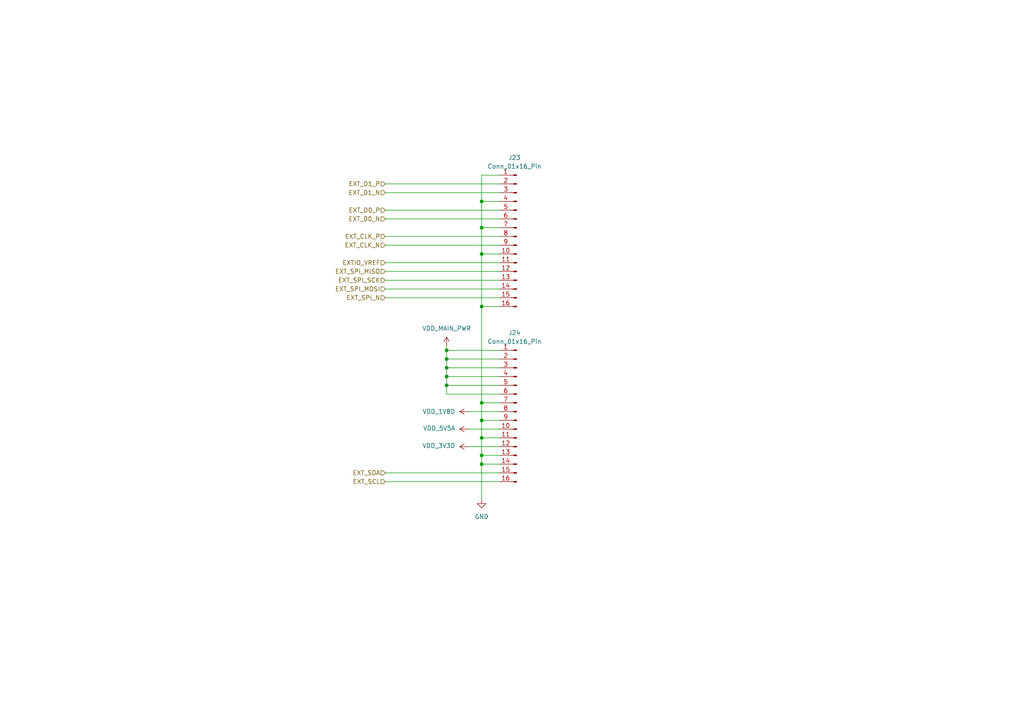
<source format=kicad_sch>
(kicad_sch (version 20250114) (generator "eeschema") (generator_version "9.0")
  (paper "A4")
  (title_block (title "TRNX SDR Carrier board") (date "2025-11-18") (rev "0.1") (company "Tronex s.r.o. / Tronex Group USA LLC"))
  (lib_symbols
    (symbol "Connector:Conn_01x16_Pin" (pin_names (offset 1.016) (hide yes))
      (property "Reference" "J" (at 0 20.32 0))
      (property "Value" "Conn_01x16_Pin" (at 0 -22.86 0))
      (symbol "Conn_01x16_Pin_1_1"
        (rectangle (start 0.8636 17.907) (end 0 17.653) (stroke (width 0.1524)) (fill (type outline)))
        (rectangle (start 0.8636 15.367) (end 0 15.113) (stroke (width 0.1524)) (fill (type outline)))
        (rectangle (start 0.8636 12.827) (end 0 12.573) (stroke (width 0.1524)) (fill (type outline)))
        (rectangle (start 0.8636 10.287) (end 0 10.033) (stroke (width 0.1524)) (fill (type outline)))
        (rectangle (start 0.8636 7.747) (end 0 7.493) (stroke (width 0.1524)) (fill (type outline)))
        (rectangle (start 0.8636 5.207) (end 0 4.953) (stroke (width 0.1524)) (fill (type outline)))
        (rectangle (start 0.8636 2.667) (end 0 2.413) (stroke (width 0.1524)) (fill (type outline)))
        (rectangle (start 0.8636 0.127) (end 0 -0.127) (stroke (width 0.1524)) (fill (type outline)))
        (rectangle (start 0.8636 -2.413) (end 0 -2.667) (stroke (width 0.1524)) (fill (type outline)))
        (rectangle (start 0.8636 -4.953) (end 0 -5.207) (stroke (width 0.1524)) (fill (type outline)))
        (rectangle (start 0.8636 -7.493) (end 0 -7.747) (stroke (width 0.1524)) (fill (type outline)))
        (rectangle (start 0.8636 -10.033) (end 0 -10.287) (stroke (width 0.1524)) (fill (type outline)))
        (rectangle (start 0.8636 -12.573) (end 0 -12.827) (stroke (width 0.1524)) (fill (type outline)))
        (rectangle (start 0.8636 -15.113) (end 0 -15.367) (stroke (width 0.1524)) (fill (type outline)))
        (rectangle (start 0.8636 -17.653) (end 0 -17.907) (stroke (width 0.1524)) (fill (type outline)))
        (rectangle (start 0.8636 -20.193) (end 0 -20.447) (stroke (width 0.1524)) (fill (type outline)))
        (polyline (pts (xy 1.27 17.78) (xy 0.8636 17.78)) (stroke (width 0.1524)))
        (polyline (pts (xy 1.27 15.24) (xy 0.8636 15.24)) (stroke (width 0.1524)))
        (polyline (pts (xy 1.27 12.7) (xy 0.8636 12.7)) (stroke (width 0.1524)))
        (polyline (pts (xy 1.27 10.16) (xy 0.8636 10.16)) (stroke (width 0.1524)))
        (polyline (pts (xy 1.27 7.62) (xy 0.8636 7.62)) (stroke (width 0.1524)))
        (polyline (pts (xy 1.27 5.08) (xy 0.8636 5.08)) (stroke (width 0.1524)))
        (polyline (pts (xy 1.27 2.54) (xy 0.8636 2.54)) (stroke (width 0.1524)))
        (polyline (pts (xy 1.27 0) (xy 0.8636 0)) (stroke (width 0.1524)))
        (polyline (pts (xy 1.27 -2.54) (xy 0.8636 -2.54)) (stroke (width 0.1524)))
        (polyline (pts (xy 1.27 -5.08) (xy 0.8636 -5.08)) (stroke (width 0.1524)))
        (polyline (pts (xy 1.27 -7.62) (xy 0.8636 -7.62)) (stroke (width 0.1524)))
        (polyline (pts (xy 1.27 -10.16) (xy 0.8636 -10.16)) (stroke (width 0.1524)))
        (polyline (pts (xy 1.27 -12.7) (xy 0.8636 -12.7)) (stroke (width 0.1524)))
        (polyline (pts (xy 1.27 -15.24) (xy 0.8636 -15.24)) (stroke (width 0.1524)))
        (polyline (pts (xy 1.27 -17.78) (xy 0.8636 -17.78)) (stroke (width 0.1524)))
        (polyline (pts (xy 1.27 -20.32) (xy 0.8636 -20.32)) (stroke (width 0.1524)))
        (pin passive line (at 5.08 17.78 180) (length 3.81) (name "Pin_1") (number "1"))
        (pin passive line (at 5.08 15.24 180) (length 3.81) (name "Pin_2") (number "2"))
        (pin passive line (at 5.08 12.7 180) (length 3.81) (name "Pin_3") (number "3"))
        (pin passive line (at 5.08 10.16 180) (length 3.81) (name "Pin_4") (number "4"))
        (pin passive line (at 5.08 7.62 180) (length 3.81) (name "Pin_5") (number "5"))
        (pin passive line (at 5.08 5.08 180) (length 3.81) (name "Pin_6") (number "6"))
        (pin passive line (at 5.08 2.54 180) (length 3.81) (name "Pin_7") (number "7"))
        (pin passive line (at 5.08 0 180) (length 3.81) (name "Pin_8") (number "8"))
        (pin passive line (at 5.08 -2.54 180) (length 3.81) (name "Pin_9") (number "9"))
        (pin passive line (at 5.08 -5.08 180) (length 3.81) (name "Pin_10") (number "10"))
        (pin passive line (at 5.08 -7.62 180) (length 3.81) (name "Pin_11") (number "11"))
        (pin passive line (at 5.08 -10.16 180) (length 3.81) (name "Pin_12") (number "12"))
        (pin passive line (at 5.08 -12.7 180) (length 3.81) (name "Pin_13") (number "13"))
        (pin passive line (at 5.08 -15.24 180) (length 3.81) (name "Pin_14") (number "14"))
        (pin passive line (at 5.08 -17.78 180) (length 3.81) (name "Pin_15") (number "15"))
        (pin passive line (at 5.08 -20.32 180) (length 3.81) (name "Pin_16") (number "16"))
      )
    )
    (symbol "power:GND" (power) (pin_names (offset 0))
      (property "Value" "GND" (at 0 -3.81 0))
      (symbol "GND_0_1"
        (polyline (pts (xy 0 0) (xy 0 -1.27) (xy 1.27 -1.27) (xy 0 -2.54) (xy -1.27 -1.27) (xy 0 -1.27)))
      )
      (symbol "GND_1_1"
        (pin power_in line (at 0 0 270) (length 0) (hide yes) (name "GND") (number "1"))
      )
    )
    (symbol "power:VDD" (power) (pin_names (offset 0))
      (property "Value" "VDD" (at 0 3.81 0))
      (symbol "VDD_0_1"
        (polyline (pts (xy -0.762 1.27) (xy 0 2.54)))
        (polyline (pts (xy 0 2.54) (xy 0.762 1.27)))
        (polyline (pts (xy 0 0) (xy 0 2.54)))
      )
      (symbol "VDD_1_1"
        (pin power_in line (at 0 0 90) (length 0) (hide yes) (name "VDD") (number "1"))
      )
    )
  )
  (junction (at 139.7 132.08))
  (junction (at 139.7 116.84))
  (junction (at 139.7 66.04))
  (junction (at 139.7 88.9))
  (junction (at 139.7 58.42))
  (junction (at 139.7 134.62))
  (junction (at 129.54 101.6))
  (junction (at 139.7 121.92))
  (junction (at 129.54 104.14))
  (junction (at 129.54 106.68))
  (junction (at 129.54 109.22))
  (junction (at 139.7 73.66))
  (junction (at 129.54 111.76))
  (junction (at 139.7 127))
  (wire (pts (xy 139.7 132.08) (xy 139.7 127)))
  (wire (pts (xy 111.76 76.2) (xy 144.78 76.2)))
  (wire (pts (xy 144.78 114.3) (xy 129.54 114.3)))
  (wire (pts (xy 129.54 104.14) (xy 144.78 104.14)))
  (wire (pts (xy 129.54 104.14) (xy 129.54 101.6)))
  (wire (pts (xy 144.78 101.6) (xy 129.54 101.6)))
  (wire (pts (xy 139.7 134.62) (xy 139.7 144.78)))
  (wire (pts (xy 129.54 106.68) (xy 129.54 104.14)))
  (wire (pts (xy 139.7 58.42) (xy 139.7 50.8)))
  (wire (pts (xy 139.7 66.04) (xy 144.78 66.04)))
  (wire (pts (xy 129.54 114.3) (xy 129.54 111.76)))
  (wire (pts (xy 139.7 73.66) (xy 144.78 73.66)))
  (wire (pts (xy 129.54 101.6) (xy 129.54 100.33)))
  (wire (pts (xy 111.76 68.58) (xy 144.78 68.58)))
  (wire (pts (xy 129.54 106.68) (xy 144.78 106.68)))
  (wire (pts (xy 139.7 88.9) (xy 139.7 116.84)))
  (wire (pts (xy 135.89 124.46) (xy 144.78 124.46)))
  (wire (pts (xy 139.7 116.84) (xy 144.78 116.84)))
  (wire (pts (xy 135.89 119.38) (xy 144.78 119.38)))
  (wire (pts (xy 139.7 88.9) (xy 139.7 73.66)))
  (wire (pts (xy 111.76 53.34) (xy 144.78 53.34)))
  (wire (pts (xy 111.76 81.28) (xy 144.78 81.28)))
  (wire (pts (xy 139.7 127) (xy 139.7 121.92)))
  (wire (pts (xy 139.7 88.9) (xy 144.78 88.9)))
  (wire (pts (xy 129.54 111.76) (xy 144.78 111.76)))
  (wire (pts (xy 139.7 134.62) (xy 139.7 132.08)))
  (wire (pts (xy 111.76 78.74) (xy 144.78 78.74)))
  (wire (pts (xy 139.7 50.8) (xy 144.78 50.8)))
  (wire (pts (xy 139.7 58.42) (xy 144.78 58.42)))
  (wire (pts (xy 139.7 134.62) (xy 144.78 134.62)))
  (wire (pts (xy 129.54 109.22) (xy 129.54 106.68)))
  (wire (pts (xy 139.7 127) (xy 144.78 127)))
  (wire (pts (xy 139.7 66.04) (xy 139.7 58.42)))
  (wire (pts (xy 111.76 63.5) (xy 144.78 63.5)))
  (wire (pts (xy 129.54 111.76) (xy 129.54 109.22)))
  (wire (pts (xy 139.7 121.92) (xy 139.7 116.84)))
  (wire (pts (xy 111.76 55.88) (xy 144.78 55.88)))
  (wire (pts (xy 111.76 83.82) (xy 144.78 83.82)))
  (wire (pts (xy 111.76 86.36) (xy 144.78 86.36)))
  (wire (pts (xy 144.78 109.22) (xy 129.54 109.22)))
  (wire (pts (xy 135.89 129.54) (xy 144.78 129.54)))
  (wire (pts (xy 111.76 139.7) (xy 144.78 139.7)))
  (wire (pts (xy 139.7 121.92) (xy 144.78 121.92)))
  (wire (pts (xy 111.76 137.16) (xy 144.78 137.16)))
  (wire (pts (xy 111.76 60.96) (xy 144.78 60.96)))
  (wire (pts (xy 139.7 73.66) (xy 139.7 66.04)))
  (wire (pts (xy 139.7 132.08) (xy 144.78 132.08)))
  (wire (pts (xy 111.76 71.12) (xy 144.78 71.12)))
  (hierarchical_label "EXT_SDA" (shape input) (at 111.76 137.16 180))
  (hierarchical_label "EXT_CLK_N" (shape input) (at 111.76 71.12 180))
  (hierarchical_label "EXT_D0_N" (shape input) (at 111.76 63.5 180))
  (hierarchical_label "EXT_D1_N" (shape input) (at 111.76 55.88 180))
  (hierarchical_label "EXT_SPI_MOSI" (shape input) (at 111.76 83.82 180))
  (hierarchical_label "EXTIO_VREF" (shape input) (at 111.76 76.2 180))
  (hierarchical_label "EXT_D0_P" (shape input) (at 111.76 60.96 180))
  (hierarchical_label "EXT_CLK_P" (shape input) (at 111.76 68.58 180))
  (hierarchical_label "EXT_D1_P" (shape input) (at 111.76 53.34 180))
  (hierarchical_label "EXT_SCL" (shape input) (at 111.76 139.7 180))
  (hierarchical_label "EXT_SPI_N" (shape input) (at 111.76 86.36 180))
  (hierarchical_label "EXT_SPI_MISO" (shape input) (at 111.76 78.74 180))
  (hierarchical_label "EXT_SPI_SCK" (shape input) (at 111.76 81.28 180))
  (symbol (lib_id "Connector:Conn_01x16_Pin") (at 149.86 119.38 0) (mirror y) (unit 1)
    (property "Reference" "J24" (at 149.225 96.52 0))
    (property "Value" "Conn_01x16_Pin" (at 149.225 99.06 0))
    (property "Footprint" "foot-ppa-passive:FH34SRJ-16S-0.5SH" (effects (hide yes)))
    (property "Description" "Generic connector, single row, 01x16, script generated" (effects (hide yes)))
    (property "JLCPCB Part #" "C324725 " (effects (hide yes)))
  )
  (symbol (lib_id "Connector:Conn_01x16_Pin") (at 149.86 68.58 0) (mirror y) (unit 1)
    (property "Reference" "J23" (at 149.225 45.72 0))
    (property "Value" "Conn_01x16_Pin" (at 149.225 48.26 0))
    (property "Footprint" "foot-ppa-passive:FH34SRJ-16S-0.5SH" (effects (hide yes)))
    (property "Description" "Generic connector, single row, 01x16, script generated" (effects (hide yes)))
    (property "JLCPCB Part #" "C324725 " (effects (hide yes)))
  )
  (symbol (lib_id "power:VDD") (at 135.89 129.54 90) (unit 1)
    (property "Reference" "#PWR0428" (effects (hide yes)))
    (property "Value" "VDD_3V3D" (at 127.254 129.286 90))
    (property "Description" "Power symbol creates a global label with name \"VDD\"" (effects (hide yes)))
  )
  (symbol (lib_id "power:VDD") (at 135.89 124.46 90) (unit 1)
    (property "Reference" "#PWR0429" (effects (hide yes)))
    (property "Value" "VDD_5V5A" (at 132.08 124.206 90) (effects (justify left)))
    (property "Description" "Power symbol creates a global label with name \"VDD\"" (effects (hide yes)))
  )
  (symbol (lib_id "power:VDD") (at 135.89 119.38 90) (unit 1)
    (property "Reference" "#PWR0430" (effects (hide yes)))
    (property "Value" "VDD_1V8D" (at 132.08 119.3799 90) (effects (justify left)))
    (property "Description" "Power symbol creates a global label with name \"VDD\"" (effects (hide yes)))
  )
  (symbol (lib_id "power:VDD") (at 129.54 100.33 0) (unit 1)
    (property "Reference" "#PWR0432" (effects (hide yes)))
    (property "Value" "VDD_MAIN_PWR" (at 129.54 95.25 0))
    (property "Description" "Power symbol creates a global label with name \"VDD\"" (effects (hide yes)))
  )
  (symbol (lib_id "power:GND") (at 139.7 144.78 0) (unit 1)
    (property "Reference" "#PWR0414" (effects (hide yes)))
    (property "Value" "GND" (at 139.7 149.86 0))
    (property "Description" "Power symbol creates a global label with name \"GND\" , ground" (effects (hide yes)))
  )
)
</source>
